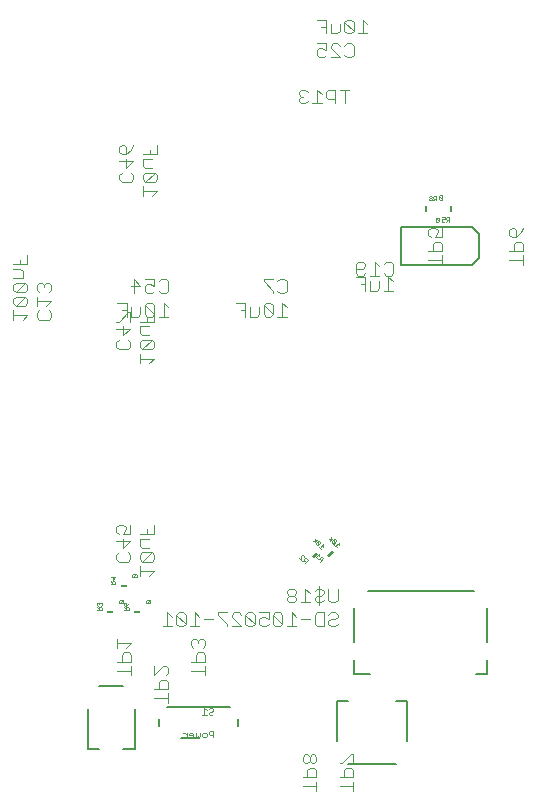
<source format=gbo>
G75*
G70*
%OFA0B0*%
%FSLAX24Y24*%
%IPPOS*%
%LPD*%
%AMOC8*
5,1,8,0,0,1.08239X$1,22.5*
%
%ADD10C,0.0040*%
%ADD11C,0.0080*%
%ADD12C,0.0020*%
%ADD13C,0.0050*%
%ADD14C,0.0010*%
%ADD15R,0.0079X0.0217*%
%ADD16R,0.0217X0.0079*%
%ADD17C,0.0080*%
D10*
X005473Y008897D02*
X005473Y009204D01*
X005473Y009051D02*
X005012Y009051D01*
X005012Y009358D02*
X005473Y009358D01*
X005473Y009588D01*
X005396Y009665D01*
X005242Y009665D01*
X005166Y009588D01*
X005166Y009358D01*
X005012Y009818D02*
X005319Y010125D01*
X005396Y010125D01*
X005473Y010048D01*
X005473Y009895D01*
X005396Y009818D01*
X005012Y009818D02*
X005012Y010125D01*
X004243Y010109D02*
X004243Y009802D01*
X004243Y009956D02*
X003782Y009956D01*
X003782Y010263D02*
X004243Y010263D01*
X004243Y010493D01*
X004166Y010570D01*
X004012Y010570D01*
X003936Y010493D01*
X003936Y010263D01*
X004089Y010723D02*
X004243Y010877D01*
X003782Y010877D01*
X003782Y011030D02*
X003782Y010723D01*
X005295Y011448D02*
X005602Y011448D01*
X005448Y011448D02*
X005448Y011908D01*
X005602Y011754D01*
X005755Y011831D02*
X005832Y011908D01*
X005985Y011908D01*
X006062Y011831D01*
X006062Y011524D01*
X005755Y011831D01*
X005755Y011524D01*
X005832Y011448D01*
X005985Y011448D01*
X006062Y011524D01*
X006215Y011448D02*
X006522Y011448D01*
X006369Y011448D02*
X006369Y011908D01*
X006522Y011754D01*
X006676Y011678D02*
X006983Y011678D01*
X007136Y011831D02*
X007136Y011908D01*
X007443Y011908D01*
X007597Y011831D02*
X007673Y011908D01*
X007827Y011908D01*
X007904Y011831D01*
X008057Y011831D02*
X008364Y011524D01*
X008287Y011448D01*
X008134Y011448D01*
X008057Y011524D01*
X008057Y011831D01*
X008134Y011908D01*
X008287Y011908D01*
X008364Y011831D01*
X008364Y011524D01*
X008517Y011524D02*
X008594Y011448D01*
X008748Y011448D01*
X008824Y011524D01*
X008824Y011678D02*
X008671Y011754D01*
X008594Y011754D01*
X008517Y011678D01*
X008517Y011524D01*
X008824Y011678D02*
X008824Y011908D01*
X008517Y011908D01*
X008978Y011831D02*
X009285Y011524D01*
X009208Y011448D01*
X009055Y011448D01*
X008978Y011524D01*
X008978Y011831D01*
X009055Y011908D01*
X009208Y011908D01*
X009285Y011831D01*
X009285Y011524D01*
X009438Y011448D02*
X009745Y011448D01*
X009592Y011448D02*
X009592Y011908D01*
X009745Y011754D01*
X009899Y011678D02*
X010206Y011678D01*
X010359Y011831D02*
X010436Y011908D01*
X010666Y011908D01*
X010666Y011448D01*
X010436Y011448D01*
X010359Y011524D01*
X010359Y011831D01*
X010512Y012158D02*
X010512Y012772D01*
X010589Y012695D02*
X010436Y012695D01*
X010359Y012619D01*
X010206Y012542D02*
X010052Y012695D01*
X010052Y012235D01*
X009899Y012235D02*
X010206Y012235D01*
X010359Y012312D02*
X010359Y012388D01*
X010436Y012465D01*
X010589Y012465D01*
X010666Y012542D01*
X010666Y012619D01*
X010589Y012695D01*
X010819Y012695D02*
X010819Y012312D01*
X010896Y012235D01*
X011050Y012235D01*
X011126Y012312D01*
X011126Y012695D01*
X010666Y012312D02*
X010589Y012235D01*
X010436Y012235D01*
X010359Y012312D01*
X009745Y012312D02*
X009745Y012388D01*
X009668Y012465D01*
X009515Y012465D01*
X009438Y012388D01*
X009438Y012312D01*
X009515Y012235D01*
X009668Y012235D01*
X009745Y012312D01*
X009668Y012465D02*
X009745Y012542D01*
X009745Y012619D01*
X009668Y012695D01*
X009515Y012695D01*
X009438Y012619D01*
X009438Y012542D01*
X009515Y012465D01*
X010819Y011831D02*
X010896Y011908D01*
X011050Y011908D01*
X011126Y011831D01*
X011126Y011754D01*
X011050Y011678D01*
X010896Y011678D01*
X010819Y011601D01*
X010819Y011524D01*
X010896Y011448D01*
X011050Y011448D01*
X011126Y011524D01*
X007904Y011448D02*
X007597Y011754D01*
X007597Y011831D01*
X007443Y011524D02*
X007443Y011448D01*
X007443Y011524D02*
X007136Y011831D01*
X007597Y011448D02*
X007904Y011448D01*
X006703Y010953D02*
X006703Y010800D01*
X006626Y010723D01*
X006626Y010570D02*
X006472Y010570D01*
X006396Y010493D01*
X006396Y010263D01*
X006242Y010263D02*
X006703Y010263D01*
X006703Y010493D01*
X006626Y010570D01*
X006472Y010877D02*
X006472Y010953D01*
X006396Y011030D01*
X006319Y011030D01*
X006242Y010953D01*
X006242Y010800D01*
X006319Y010723D01*
X006472Y010953D02*
X006549Y011030D01*
X006626Y011030D01*
X006703Y010953D01*
X006703Y010109D02*
X006703Y009802D01*
X006703Y009956D02*
X006242Y009956D01*
X004851Y013132D02*
X005005Y013286D01*
X004544Y013286D01*
X004544Y013439D02*
X004544Y013132D01*
X004621Y013593D02*
X004928Y013900D01*
X004621Y013900D01*
X004544Y013823D01*
X004544Y013669D01*
X004621Y013593D01*
X004928Y013593D01*
X005005Y013669D01*
X005005Y013823D01*
X004928Y013900D01*
X004851Y014053D02*
X004621Y014053D01*
X004544Y014130D01*
X004544Y014360D01*
X004851Y014360D01*
X004775Y014513D02*
X004775Y014667D01*
X005005Y014513D02*
X005005Y014820D01*
X005005Y014513D02*
X004544Y014513D01*
X004217Y014513D02*
X004217Y014820D01*
X004064Y014744D02*
X004064Y014667D01*
X003987Y014513D01*
X004217Y014513D01*
X004217Y014283D02*
X003987Y014053D01*
X003987Y014360D01*
X003834Y014513D02*
X003757Y014590D01*
X003757Y014744D01*
X003834Y014820D01*
X003987Y014820D01*
X004064Y014744D01*
X004217Y014283D02*
X003757Y014283D01*
X003834Y013900D02*
X003757Y013823D01*
X003757Y013669D01*
X003834Y013593D01*
X004141Y013593D01*
X004217Y013669D01*
X004217Y013823D01*
X004141Y013900D01*
X004544Y020212D02*
X004544Y020519D01*
X004544Y020366D02*
X005005Y020366D01*
X004851Y020212D01*
X004928Y020673D02*
X004621Y020673D01*
X004928Y020980D01*
X004621Y020980D01*
X004544Y020903D01*
X004544Y020749D01*
X004621Y020673D01*
X004928Y020673D02*
X005005Y020749D01*
X005005Y020903D01*
X004928Y020980D01*
X004851Y021133D02*
X004621Y021133D01*
X004544Y021210D01*
X004544Y021440D01*
X004851Y021440D01*
X004775Y021593D02*
X004775Y021747D01*
X004787Y021766D02*
X004940Y021766D01*
X005017Y021843D01*
X004710Y022150D01*
X004710Y021843D01*
X004787Y021766D01*
X005017Y021843D02*
X005017Y022150D01*
X004940Y022227D01*
X004787Y022227D01*
X004710Y022150D01*
X004557Y022073D02*
X004557Y021843D01*
X004480Y021766D01*
X004250Y021766D01*
X004250Y022073D01*
X004096Y021997D02*
X003943Y021997D01*
X004141Y021900D02*
X003834Y021593D01*
X003757Y021593D01*
X003757Y021363D02*
X004217Y021363D01*
X003987Y021133D01*
X003987Y021440D01*
X004217Y021593D02*
X004217Y021900D01*
X004141Y021900D01*
X004096Y021766D02*
X004096Y022227D01*
X003789Y022227D01*
X004326Y022554D02*
X004326Y023014D01*
X004557Y022784D01*
X004250Y022784D01*
X004710Y022784D02*
X004710Y022631D01*
X004787Y022554D01*
X004940Y022554D01*
X005017Y022631D01*
X005017Y022784D02*
X004864Y022861D01*
X004787Y022861D01*
X004710Y022784D01*
X004710Y023014D02*
X005017Y023014D01*
X005017Y022784D01*
X005170Y022631D02*
X005247Y022554D01*
X005401Y022554D01*
X005477Y022631D01*
X005477Y022937D01*
X005401Y023014D01*
X005247Y023014D01*
X005170Y022937D01*
X005324Y022227D02*
X005324Y021766D01*
X005477Y021766D02*
X005170Y021766D01*
X005005Y021900D02*
X005005Y021593D01*
X004544Y021593D01*
X004141Y020980D02*
X004217Y020903D01*
X004217Y020749D01*
X004141Y020673D01*
X003834Y020673D01*
X003757Y020749D01*
X003757Y020903D01*
X003834Y020980D01*
X005324Y022227D02*
X005477Y022073D01*
X007739Y022227D02*
X008046Y022227D01*
X008046Y021766D01*
X008200Y021766D02*
X008200Y022073D01*
X008046Y021997D02*
X007893Y021997D01*
X008200Y021766D02*
X008430Y021766D01*
X008507Y021843D01*
X008507Y022073D01*
X008660Y022150D02*
X008660Y021843D01*
X008737Y021766D01*
X008890Y021766D01*
X008967Y021843D01*
X008660Y022150D01*
X008737Y022227D01*
X008890Y022227D01*
X008967Y022150D01*
X008967Y021843D01*
X009120Y021766D02*
X009427Y021766D01*
X009274Y021766D02*
X009274Y022227D01*
X009427Y022073D01*
X009351Y022554D02*
X009197Y022554D01*
X009120Y022631D01*
X008967Y022631D02*
X008967Y022554D01*
X008967Y022631D02*
X008660Y022937D01*
X008660Y023014D01*
X008967Y023014D01*
X009120Y022937D02*
X009197Y023014D01*
X009351Y023014D01*
X009427Y022937D01*
X009427Y022631D01*
X009351Y022554D01*
X011744Y023089D02*
X012051Y023089D01*
X012051Y022629D01*
X012205Y022629D02*
X012205Y022936D01*
X012051Y022859D02*
X011898Y022859D01*
X011975Y023129D02*
X011821Y023129D01*
X011744Y023205D01*
X011744Y023512D01*
X011821Y023589D01*
X011975Y023589D01*
X012051Y023512D01*
X012051Y023436D01*
X011975Y023359D01*
X011744Y023359D01*
X011975Y023129D02*
X012051Y023205D01*
X012205Y023129D02*
X012512Y023129D01*
X012358Y023129D02*
X012358Y023589D01*
X012512Y023436D01*
X012665Y023512D02*
X012742Y023589D01*
X012895Y023589D01*
X012972Y023512D01*
X012972Y023205D01*
X012895Y023129D01*
X012742Y023129D01*
X012665Y023205D01*
X012819Y023089D02*
X012972Y022936D01*
X012819Y023089D02*
X012819Y022629D01*
X012972Y022629D02*
X012665Y022629D01*
X012512Y022705D02*
X012512Y022936D01*
X012512Y022705D02*
X012435Y022629D01*
X012205Y022629D01*
X014154Y023651D02*
X014615Y023651D01*
X014615Y023804D02*
X014615Y023497D01*
X014615Y023958D02*
X014615Y024188D01*
X014538Y024265D01*
X014385Y024265D01*
X014308Y024188D01*
X014308Y023958D01*
X014154Y023958D02*
X014615Y023958D01*
X014615Y024418D02*
X014385Y024418D01*
X014461Y024572D01*
X014461Y024648D01*
X014385Y024725D01*
X014231Y024725D01*
X014154Y024648D01*
X014154Y024495D01*
X014231Y024418D01*
X014615Y024418D02*
X014615Y024725D01*
X016854Y024648D02*
X016854Y024495D01*
X016930Y024418D01*
X017084Y024418D01*
X017084Y024648D01*
X017007Y024725D01*
X016930Y024725D01*
X016854Y024648D01*
X017084Y024418D02*
X017237Y024572D01*
X017314Y024725D01*
X017237Y024265D02*
X017084Y024265D01*
X017007Y024188D01*
X017007Y023958D01*
X016854Y023958D02*
X017314Y023958D01*
X017314Y024188D01*
X017237Y024265D01*
X017314Y023804D02*
X017314Y023497D01*
X017314Y023651D02*
X016854Y023651D01*
X011512Y029329D02*
X011205Y029329D01*
X011052Y029329D02*
X010822Y029329D01*
X010745Y029252D01*
X010745Y029099D01*
X010822Y029022D01*
X011052Y029022D01*
X011052Y028869D02*
X011052Y029329D01*
X011359Y029329D02*
X011359Y028869D01*
X010591Y028869D02*
X010284Y028869D01*
X010438Y028869D02*
X010438Y029329D01*
X010591Y029176D01*
X010131Y029252D02*
X010054Y029329D01*
X009901Y029329D01*
X009824Y029252D01*
X009824Y029176D01*
X009901Y029099D01*
X009824Y029022D01*
X009824Y028945D01*
X009901Y028869D01*
X010054Y028869D01*
X010131Y028945D01*
X009978Y029099D02*
X009901Y029099D01*
X010507Y030413D02*
X010430Y030490D01*
X010430Y030644D01*
X010507Y030720D01*
X010584Y030720D01*
X010737Y030644D01*
X010737Y030874D01*
X010430Y030874D01*
X010507Y030413D02*
X010661Y030413D01*
X010737Y030490D01*
X010891Y030413D02*
X011198Y030413D01*
X010891Y030720D01*
X010891Y030797D01*
X010968Y030874D01*
X011121Y030874D01*
X011198Y030797D01*
X011351Y030797D02*
X011428Y030874D01*
X011581Y030874D01*
X011658Y030797D01*
X011658Y030490D01*
X011581Y030413D01*
X011428Y030413D01*
X011351Y030490D01*
X011428Y031201D02*
X011581Y031201D01*
X011658Y031278D01*
X011351Y031584D01*
X011351Y031278D01*
X011428Y031201D01*
X011658Y031278D02*
X011658Y031584D01*
X011581Y031661D01*
X011428Y031661D01*
X011351Y031584D01*
X011198Y031508D02*
X011198Y031278D01*
X011121Y031201D01*
X010891Y031201D01*
X010891Y031508D01*
X010737Y031431D02*
X010584Y031431D01*
X010737Y031201D02*
X010737Y031661D01*
X010430Y031661D01*
X011812Y031201D02*
X012119Y031201D01*
X011965Y031201D02*
X011965Y031661D01*
X012119Y031508D01*
X005105Y027485D02*
X005105Y027178D01*
X004644Y027178D01*
X004644Y027025D02*
X004951Y027025D01*
X004875Y027178D02*
X004875Y027332D01*
X004644Y027025D02*
X004644Y026795D01*
X004721Y026718D01*
X004951Y026718D01*
X005028Y026565D02*
X004721Y026565D01*
X004644Y026488D01*
X004644Y026334D01*
X004721Y026258D01*
X005028Y026565D01*
X005105Y026488D01*
X005105Y026334D01*
X005028Y026258D01*
X004721Y026258D01*
X004644Y026104D02*
X004644Y025797D01*
X004644Y025951D02*
X005105Y025951D01*
X004951Y025797D01*
X004317Y026334D02*
X004241Y026258D01*
X003934Y026258D01*
X003857Y026334D01*
X003857Y026488D01*
X003934Y026565D01*
X004087Y026718D02*
X004087Y027025D01*
X004087Y027178D02*
X004087Y027409D01*
X004010Y027485D01*
X003934Y027485D01*
X003857Y027409D01*
X003857Y027255D01*
X003934Y027178D01*
X004087Y027178D01*
X004241Y027332D01*
X004317Y027485D01*
X004317Y026948D02*
X004087Y026718D01*
X004241Y026565D02*
X004317Y026488D01*
X004317Y026334D01*
X004317Y026948D02*
X003857Y026948D01*
X000780Y023812D02*
X000780Y023505D01*
X000320Y023505D01*
X000320Y023352D02*
X000550Y023352D01*
X000627Y023275D01*
X000627Y023045D01*
X000320Y023045D01*
X000397Y022891D02*
X000320Y022814D01*
X000320Y022661D01*
X000397Y022584D01*
X000704Y022891D01*
X000397Y022891D01*
X000704Y022891D02*
X000780Y022814D01*
X000780Y022661D01*
X000704Y022584D01*
X000397Y022584D01*
X000397Y022431D02*
X000320Y022354D01*
X000320Y022201D01*
X000397Y022124D01*
X000704Y022431D01*
X000397Y022431D01*
X000704Y022431D02*
X000780Y022354D01*
X000780Y022201D01*
X000704Y022124D01*
X000397Y022124D01*
X000320Y021970D02*
X000320Y021663D01*
X000320Y021817D02*
X000780Y021817D01*
X000627Y021663D01*
X001107Y021740D02*
X001107Y021894D01*
X001184Y021970D01*
X001107Y022124D02*
X001107Y022431D01*
X001107Y022277D02*
X001568Y022277D01*
X001414Y022124D01*
X001491Y021970D02*
X001568Y021894D01*
X001568Y021740D01*
X001491Y021663D01*
X001184Y021663D01*
X001107Y021740D01*
X001184Y022584D02*
X001107Y022661D01*
X001107Y022814D01*
X001184Y022891D01*
X001261Y022891D01*
X001338Y022814D01*
X001338Y022738D01*
X001338Y022814D02*
X001414Y022891D01*
X001491Y022891D01*
X001568Y022814D01*
X001568Y022661D01*
X001491Y022584D01*
X000550Y023505D02*
X000550Y023658D01*
X010038Y007175D02*
X009961Y007098D01*
X009961Y006945D01*
X010038Y006868D01*
X010115Y006868D01*
X010192Y006945D01*
X010192Y007098D01*
X010115Y007175D01*
X010038Y007175D01*
X010192Y007098D02*
X010268Y007175D01*
X010345Y007175D01*
X010422Y007098D01*
X010422Y006945D01*
X010345Y006868D01*
X010268Y006868D01*
X010192Y006945D01*
X010192Y006715D02*
X010115Y006638D01*
X010115Y006408D01*
X009961Y006408D02*
X010422Y006408D01*
X010422Y006638D01*
X010345Y006715D01*
X010192Y006715D01*
X010422Y006254D02*
X010422Y005947D01*
X010422Y006101D02*
X009961Y006101D01*
X011191Y006101D02*
X011652Y006101D01*
X011652Y006254D02*
X011652Y005947D01*
X011652Y006408D02*
X011191Y006408D01*
X011345Y006408D02*
X011345Y006638D01*
X011422Y006715D01*
X011575Y006715D01*
X011652Y006638D01*
X011652Y006408D01*
X011652Y006868D02*
X011652Y007175D01*
X011575Y007175D01*
X011268Y006868D01*
X011191Y006868D01*
D11*
X011690Y009853D02*
X012209Y009853D01*
X011690Y009853D02*
X011690Y010325D01*
X011690Y010916D02*
X011690Y012057D01*
X012131Y012609D02*
X015674Y012609D01*
X016115Y012057D02*
X016115Y010916D01*
X016115Y010325D02*
X016115Y009853D01*
X015733Y009853D01*
X007811Y008347D02*
X007811Y008110D01*
X007555Y008740D02*
X005429Y008740D01*
X005173Y008347D02*
X005173Y008110D01*
X005902Y007717D02*
X006492Y007717D01*
D12*
X006504Y007739D02*
X006467Y007775D01*
X006430Y007739D01*
X006393Y007775D01*
X006393Y007885D01*
X006319Y007849D02*
X006283Y007885D01*
X006209Y007885D01*
X006172Y007849D01*
X006172Y007812D01*
X006319Y007812D01*
X006319Y007775D02*
X006319Y007849D01*
X006319Y007775D02*
X006283Y007739D01*
X006209Y007739D01*
X006098Y007739D02*
X006098Y007885D01*
X006098Y007812D02*
X006025Y007885D01*
X005988Y007885D01*
X006504Y007739D02*
X006540Y007775D01*
X006540Y007885D01*
X006614Y007849D02*
X006651Y007885D01*
X006725Y007885D01*
X006761Y007849D01*
X006761Y007775D01*
X006725Y007739D01*
X006651Y007739D01*
X006614Y007775D01*
X006614Y007849D01*
X006835Y007849D02*
X006872Y007812D01*
X006982Y007812D01*
X006982Y007739D02*
X006982Y007959D01*
X006872Y007959D01*
X006835Y007922D01*
X006835Y007849D01*
X006872Y008489D02*
X006946Y008489D01*
X006982Y008525D01*
X006946Y008599D02*
X006872Y008599D01*
X006835Y008562D01*
X006835Y008525D01*
X006872Y008489D01*
X006761Y008489D02*
X006614Y008489D01*
X006688Y008489D02*
X006688Y008709D01*
X006761Y008635D01*
X006835Y008672D02*
X006872Y008709D01*
X006946Y008709D01*
X006982Y008672D01*
X006982Y008635D01*
X006946Y008599D01*
D13*
X003976Y009443D02*
X003189Y009443D01*
X011485Y006854D02*
X013060Y006854D01*
X013232Y023479D02*
X015595Y023479D01*
X015831Y023715D01*
X015831Y024502D01*
X015595Y024739D01*
X013232Y024739D01*
X013232Y023479D01*
D14*
X014421Y024914D02*
X014471Y024914D01*
X014496Y024939D01*
X014396Y025039D01*
X014396Y024939D01*
X014421Y024914D01*
X014496Y024939D02*
X014496Y025039D01*
X014471Y025064D01*
X014421Y025064D01*
X014396Y025039D01*
X014595Y025004D02*
X014595Y024954D01*
X014620Y024929D01*
X014670Y024929D01*
X014695Y024954D01*
X014695Y025004D02*
X014645Y025029D01*
X014620Y025029D01*
X014595Y025004D01*
X014595Y025079D02*
X014695Y025079D01*
X014695Y025004D01*
X014742Y025004D02*
X014767Y024979D01*
X014842Y024979D01*
X014792Y024979D02*
X014742Y024929D01*
X014742Y025004D02*
X014742Y025054D01*
X014767Y025079D01*
X014842Y025079D01*
X014842Y024929D01*
X014595Y025654D02*
X014620Y025679D01*
X014520Y025779D01*
X014520Y025679D01*
X014545Y025654D01*
X014595Y025654D01*
X014620Y025679D02*
X014620Y025779D01*
X014595Y025804D01*
X014545Y025804D01*
X014520Y025779D01*
X014421Y025789D02*
X014346Y025789D01*
X014321Y025764D01*
X014321Y025714D01*
X014346Y025689D01*
X014421Y025689D01*
X014371Y025689D02*
X014321Y025639D01*
X014273Y025664D02*
X014273Y025689D01*
X014248Y025714D01*
X014198Y025714D01*
X014173Y025689D01*
X014173Y025664D01*
X014198Y025639D01*
X014248Y025639D01*
X014273Y025664D01*
X014248Y025714D02*
X014273Y025739D01*
X014273Y025764D01*
X014248Y025789D01*
X014198Y025789D01*
X014173Y025764D01*
X014173Y025739D01*
X014198Y025714D01*
X014421Y025639D02*
X014421Y025789D01*
X010901Y014408D02*
X010919Y014320D01*
X010830Y014338D01*
X010884Y014284D02*
X010990Y014391D01*
X011005Y014340D02*
X011005Y014198D01*
X010970Y014198D01*
X010935Y014233D01*
X010935Y014269D01*
X011005Y014340D01*
X011041Y014340D01*
X011076Y014304D01*
X011076Y014269D01*
X011005Y014198D01*
X011021Y014147D02*
X011092Y014076D01*
X011057Y014111D02*
X011163Y014218D01*
X011163Y014147D01*
X010643Y014168D02*
X010537Y014061D01*
X010572Y014026D02*
X010501Y014097D01*
X010485Y014148D02*
X010485Y014290D01*
X010415Y014219D01*
X010415Y014183D01*
X010450Y014148D01*
X010485Y014148D01*
X010556Y014219D01*
X010556Y014254D01*
X010521Y014290D01*
X010485Y014290D01*
X010470Y014341D02*
X010364Y014234D01*
X010399Y014270D02*
X010381Y014358D01*
X010399Y014270D02*
X010310Y014288D01*
X010643Y014168D02*
X010643Y014097D01*
X010512Y013843D02*
X010406Y013737D01*
X010371Y013772D02*
X010441Y013701D01*
X010475Y013668D02*
X010545Y013668D01*
X010528Y013686D02*
X010581Y013633D01*
X010545Y013597D02*
X010652Y013703D01*
X010599Y013756D01*
X010563Y013756D01*
X010528Y013721D01*
X010528Y013686D01*
X010512Y013772D02*
X010512Y013843D01*
X010132Y013653D02*
X010079Y013706D01*
X010043Y013706D01*
X010008Y013671D01*
X010008Y013636D01*
X010061Y013583D01*
X010025Y013618D02*
X009955Y013618D01*
X009921Y013651D02*
X009921Y013793D01*
X009939Y013811D01*
X009974Y013811D01*
X010010Y013775D01*
X010010Y013740D01*
X009921Y013651D02*
X009851Y013722D01*
X010025Y013547D02*
X010132Y013653D01*
X004887Y012276D02*
X004862Y012301D01*
X004762Y012201D01*
X004737Y012226D01*
X004737Y012276D01*
X004762Y012301D01*
X004862Y012301D01*
X004887Y012276D02*
X004887Y012226D01*
X004862Y012201D01*
X004762Y012201D01*
X004412Y013071D02*
X004437Y013096D01*
X004437Y013146D01*
X004412Y013171D01*
X004312Y013071D01*
X004287Y013096D01*
X004287Y013146D01*
X004312Y013171D01*
X004412Y013171D01*
X004412Y013071D02*
X004312Y013071D01*
X003712Y013071D02*
X003637Y012996D01*
X003637Y013096D01*
X003562Y013071D02*
X003712Y013071D01*
X003687Y012949D02*
X003637Y012949D01*
X003612Y012924D01*
X003612Y012849D01*
X003562Y012849D02*
X003712Y012849D01*
X003712Y012924D01*
X003687Y012949D01*
X003612Y012899D02*
X003562Y012949D01*
X003862Y012301D02*
X003837Y012276D01*
X003837Y012226D01*
X003862Y012201D01*
X003962Y012301D01*
X003862Y012301D01*
X003862Y012201D02*
X003962Y012201D01*
X003987Y012226D01*
X003987Y012276D01*
X003962Y012301D01*
X004037Y012226D02*
X004062Y012226D01*
X004087Y012201D01*
X004087Y012126D01*
X004037Y012126D01*
X004012Y012151D01*
X004012Y012201D01*
X004037Y012226D01*
X004137Y012176D02*
X004087Y012126D01*
X004087Y012079D02*
X004062Y012054D01*
X004062Y011979D01*
X004012Y011979D02*
X004162Y011979D01*
X004162Y012054D01*
X004137Y012079D01*
X004087Y012079D01*
X004062Y012029D02*
X004012Y012079D01*
X004137Y012176D02*
X004162Y012226D01*
X003262Y012201D02*
X003262Y012151D01*
X003237Y012126D01*
X003237Y012079D02*
X003187Y012079D01*
X003162Y012054D01*
X003162Y011979D01*
X003112Y011979D02*
X003262Y011979D01*
X003262Y012054D01*
X003237Y012079D01*
X003162Y012029D02*
X003112Y012079D01*
X003137Y012126D02*
X003112Y012151D01*
X003112Y012201D01*
X003137Y012226D01*
X003162Y012226D01*
X003187Y012201D01*
X003187Y012176D01*
X003187Y012201D02*
X003212Y012226D01*
X003237Y012226D01*
X003262Y012201D01*
D15*
G36*
X010324Y013706D02*
X010269Y013761D01*
X010420Y013912D01*
X010475Y013857D01*
X010324Y013706D01*
G37*
G36*
X010844Y013756D02*
X010789Y013811D01*
X010940Y013962D01*
X010995Y013907D01*
X010844Y013756D01*
G37*
X014076Y025359D03*
X014902Y025359D03*
D16*
X003992Y012789D03*
X003542Y011919D03*
X004442Y011919D03*
D17*
X003189Y007337D02*
X002795Y007337D01*
X002795Y008695D01*
X003976Y007337D02*
X004370Y007337D01*
X004370Y008695D01*
X011091Y008961D02*
X011091Y007602D01*
X011091Y008961D02*
X011485Y008961D01*
X013060Y008961D02*
X013453Y008961D01*
X013453Y007602D01*
M02*

</source>
